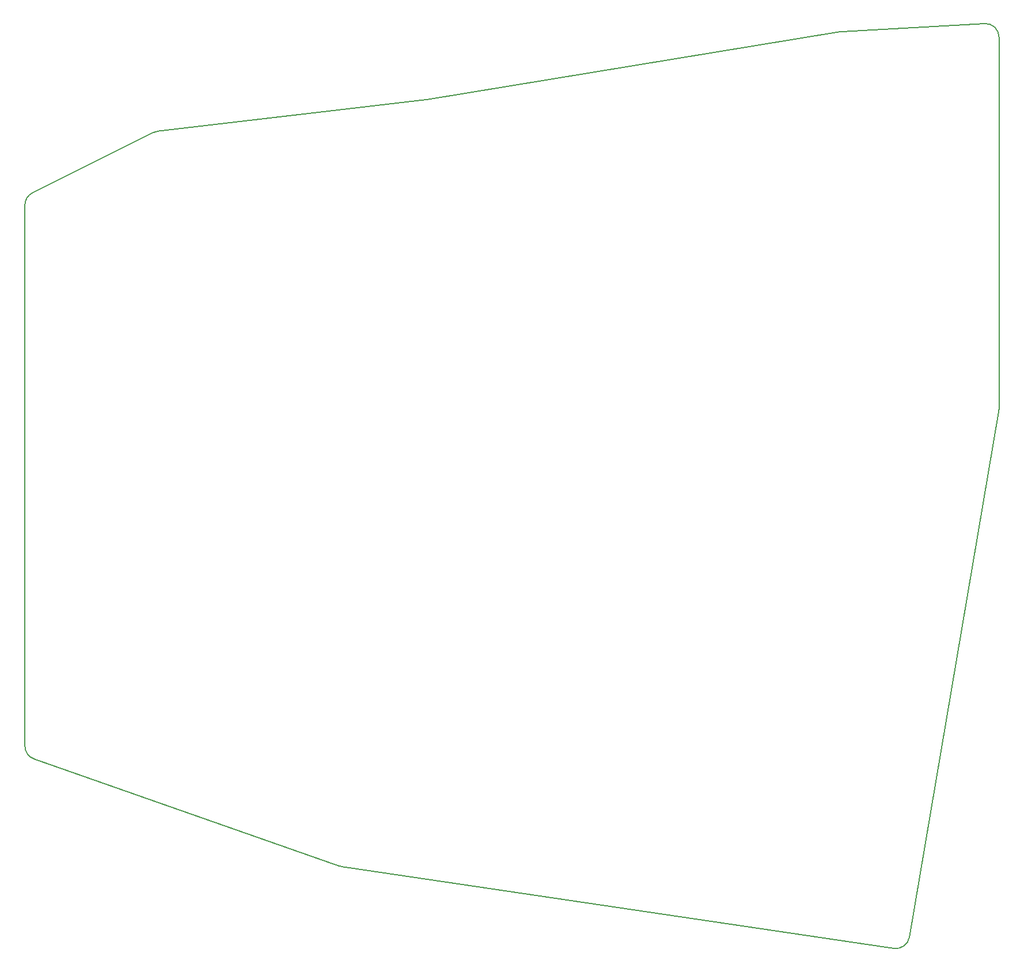
<source format=gbr>
%TF.GenerationSoftware,KiCad,Pcbnew,9.0.1*%
%TF.CreationDate,2025-06-02T17:16:12+02:00*%
%TF.ProjectId,pleiades_l,706c6569-6164-4657-935f-6c2e6b696361,v1.0.0*%
%TF.SameCoordinates,Original*%
%TF.FileFunction,Profile,NP*%
%FSLAX46Y46*%
G04 Gerber Fmt 4.6, Leading zero omitted, Abs format (unit mm)*
G04 Created by KiCad (PCBNEW 9.0.1) date 2025-06-02 17:16:12*
%MOMM*%
%LPD*%
G01*
G04 APERTURE LIST*
%TA.AperFunction,Profile*%
%ADD10C,0.150000*%
%TD*%
G04 APERTURE END LIST*
D10*
X-12500000Y-11948513D02*
X-12500000Y67598885D01*
X-11396309Y69386798D02*
X6187388Y78201783D01*
X6847242Y78399843D02*
X46457094Y83115891D01*
X46542644Y83127957D02*
X107397359Y93055256D01*
X107603825Y93078008D02*
X128584461Y94292081D01*
X130700000Y92295421D02*
X130700000Y37583369D01*
X130671685Y37248022D02*
X117524888Y-40049084D01*
X115260045Y-41692135D02*
X34068898Y-29661316D01*
X33700130Y-29570206D02*
X-11161926Y-13835801D01*
X-12500001Y67598885D02*
G75*
G02*
X-11396309Y69386798I2000001J0D01*
G01*
X6187388Y78201783D02*
G75*
G02*
X6847242Y78399844I896309J-1787913D01*
G01*
X46542645Y83127956D02*
G75*
G02*
X46457094Y83115891I-322006J1973909D01*
G01*
X107397359Y93055256D02*
G75*
G02*
X107603825Y93078008I322005J-1973908D01*
G01*
X128584461Y94292081D02*
G75*
G02*
X130700000Y92295421I115539J-1996660D01*
G01*
X130700000Y37583369D02*
G75*
G02*
X130671685Y37248022I-2000000J0D01*
G01*
X117524887Y-40049084D02*
G75*
G02*
X115260045Y-41692135I-1971685J335347D01*
G01*
X34068899Y-29661316D02*
G75*
G02*
X33700130Y-29570206I293156J1978398D01*
G01*
X-11161926Y-13835801D02*
G75*
G02*
X-12500001Y-11948513I661926J1887288D01*
G01*
M02*

</source>
